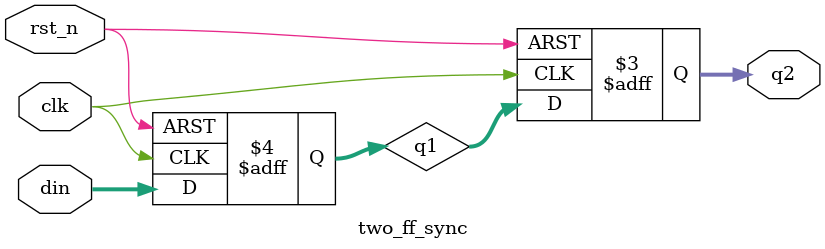
<source format=v>
`timescale 1ns / 1ps


module two_ff_sync #(parameter SIZE = 4)( 
    output reg [SIZE-1:0] q2,   // Output of the second flip-flop
    input [SIZE-1:0] din,       // Input data
    input clk, rst_n            // Clock and reset
    );

    reg [SIZE-1:0] q1; // Output of the first flip-flop

    always @(posedge clk or negedge rst_n) begin
        if (!rst_n) 
            {q2, q1} <= 0;          // Reset the FIFO
        else 
            {q2, q1} <= {q1, din};  // Shift the data
    end 

endmodule
</source>
